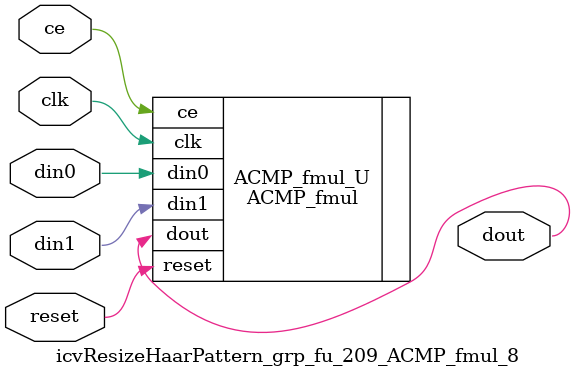
<source format=v>

`timescale 1 ns / 1 ps
module icvResizeHaarPattern_grp_fu_209_ACMP_fmul_8(
    clk,
    reset,
    ce,
    din0,
    din1,
    dout);

parameter ID = 32'd1;
parameter NUM_STAGE = 32'd1;
parameter din0_WIDTH = 32'd1;
parameter din1_WIDTH = 32'd1;
parameter dout_WIDTH = 32'd1;
input clk;
input reset;
input ce;
input[din0_WIDTH - 1:0] din0;
input[din1_WIDTH - 1:0] din1;
output[dout_WIDTH - 1:0] dout;



ACMP_fmul #(
.ID( ID ),
.NUM_STAGE( 4 ),
.din0_WIDTH( din0_WIDTH ),
.din1_WIDTH( din1_WIDTH ),
.dout_WIDTH( dout_WIDTH ))
ACMP_fmul_U(
    .clk( clk ),
    .reset( reset ),
    .ce( ce ),
    .din0( din0 ),
    .din1( din1 ),
    .dout( dout ));

endmodule

</source>
